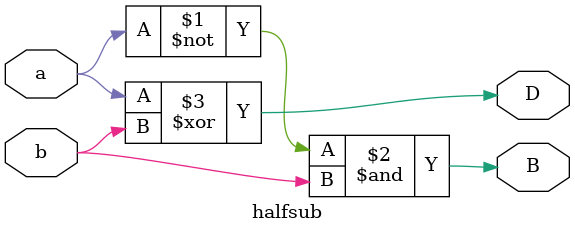
<source format=v>
`timescale 1ns / 1ps


module halfsub(
    input a,b,
    output B,D
    );
assign B=~a&b;
assign D=a^b;
endmodule

</source>
